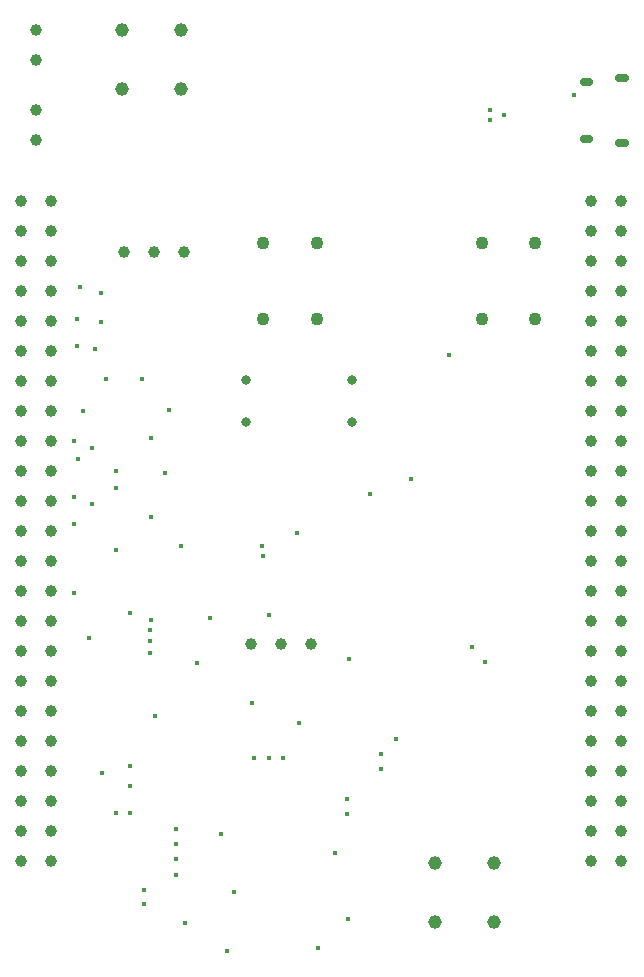
<source format=gbr>
%TF.GenerationSoftware,KiCad,Pcbnew,9.0.6+1*%
%TF.CreationDate,2025-11-29T18:55:36+00:00*%
%TF.ProjectId,com4bbb,636f6d34-6262-4622-9e6b-696361645f70,0.2*%
%TF.SameCoordinates,Original*%
%TF.FileFunction,Plated,1,4,PTH,Mixed*%
%TF.FilePolarity,Positive*%
%FSLAX46Y46*%
G04 Gerber Fmt 4.6, Leading zero omitted, Abs format (unit mm)*
G04 Created by KiCad (PCBNEW 9.0.6+1) date 2025-11-29 18:55:36*
%MOMM*%
%LPD*%
G01*
G04 APERTURE LIST*
%TA.AperFunction,ViaDrill*%
%ADD10C,0.400000*%
%TD*%
G04 aperture for slot hole*
%TA.AperFunction,ComponentDrill*%
%ADD11C,0.650000*%
%TD*%
G04 aperture for slot hole*
%TA.AperFunction,ComponentDrill*%
%ADD12C,0.700000*%
%TD*%
%TA.AperFunction,ComponentDrill*%
%ADD13C,0.800000*%
%TD*%
%TA.AperFunction,ComponentDrill*%
%ADD14C,1.000000*%
%TD*%
%TA.AperFunction,ComponentDrill*%
%ADD15C,1.100000*%
%TD*%
%TA.AperFunction,ComponentDrill*%
%ADD16C,1.150000*%
%TD*%
G04 APERTURE END LIST*
D10*
X120870100Y-82632400D03*
X120870100Y-87382400D03*
X120870100Y-89682400D03*
X120870100Y-95582400D03*
X121120100Y-72382400D03*
X121120100Y-74632400D03*
X121170100Y-84182400D03*
X121370100Y-69632400D03*
X121620100Y-80132400D03*
X122070100Y-99382400D03*
X122370100Y-83282400D03*
X122385100Y-88017400D03*
X122620100Y-74882400D03*
X123120100Y-70132400D03*
X123120100Y-72632400D03*
X123170099Y-110772399D03*
X123570100Y-77382400D03*
X124370100Y-85242400D03*
X124370100Y-86682400D03*
X124370100Y-91882400D03*
X124370100Y-114132400D03*
X125537012Y-110162188D03*
X125544100Y-97203400D03*
X125544100Y-111882400D03*
X125544100Y-114133400D03*
X126620100Y-77382400D03*
X126770100Y-120682400D03*
X126770100Y-121882400D03*
X127245100Y-98682400D03*
X127245100Y-99582400D03*
X127245100Y-100582400D03*
X127370100Y-82382400D03*
X127370100Y-89132400D03*
X127370100Y-97828400D03*
X127696100Y-105982400D03*
X128570100Y-85382400D03*
X128870100Y-80082400D03*
X129470100Y-115482400D03*
X129470100Y-116782400D03*
X129470100Y-118082400D03*
X129470100Y-119382400D03*
X129870100Y-91582400D03*
X130270100Y-123482400D03*
X131270100Y-101482400D03*
X132370100Y-97632400D03*
X133270100Y-115982400D03*
X133770100Y-125882400D03*
X134370100Y-120882400D03*
X135870100Y-104882400D03*
X136070100Y-109482400D03*
X136770100Y-91582400D03*
X136797652Y-92381928D03*
X137370100Y-97382400D03*
X137370100Y-109482400D03*
X138570100Y-109482400D03*
X139687042Y-90449342D03*
X139870100Y-106582400D03*
X141470100Y-125582400D03*
X142970100Y-117582400D03*
X143970100Y-112982400D03*
X143970100Y-114282400D03*
X144070100Y-123182400D03*
X144120100Y-101132400D03*
X145870100Y-87132400D03*
X146870100Y-109182400D03*
X146870100Y-110482400D03*
X148120100Y-107882400D03*
X149370100Y-85882400D03*
X152620100Y-75382400D03*
X154520336Y-100130796D03*
X155620100Y-101382400D03*
X156070100Y-54657400D03*
X156070100Y-55507400D03*
X157270100Y-55082400D03*
X163170100Y-53382400D03*
D11*
%TO.C,J201*%
X164050100Y-52262400D02*
X164450100Y-52262400D01*
X164050100Y-57102400D02*
X164450100Y-57102400D01*
D12*
X167000100Y-51952400D02*
X167500100Y-51952400D01*
X167000100Y-57412400D02*
X167500100Y-57412400D01*
D13*
%TO.C,C103*%
X135370100Y-77535051D03*
X135370100Y-81035051D03*
%TO.C,C104*%
X144370100Y-77535051D03*
X144370100Y-81035051D03*
D14*
%TO.C,P9*%
X116370100Y-62382400D03*
X116370100Y-64922400D03*
X116370100Y-67462400D03*
X116370100Y-70002400D03*
X116370100Y-72542400D03*
X116370100Y-75082400D03*
X116370100Y-77622400D03*
X116370100Y-80162400D03*
X116370100Y-82702400D03*
X116370100Y-85242400D03*
X116370100Y-87782400D03*
X116370100Y-90322400D03*
X116370100Y-92862400D03*
X116370100Y-95402400D03*
X116370100Y-97942400D03*
X116370100Y-100482400D03*
X116370100Y-103022400D03*
X116370100Y-105562400D03*
X116370100Y-108102400D03*
X116370100Y-110642400D03*
X116370100Y-113182400D03*
X116370100Y-115722400D03*
X116370100Y-118262400D03*
%TO.C,J104*%
X117620100Y-47857400D03*
X117620100Y-50397400D03*
%TO.C,J103*%
X117620100Y-54607400D03*
X117620100Y-57147400D03*
%TO.C,P9*%
X118910100Y-62382400D03*
X118910100Y-64922400D03*
X118910100Y-67462400D03*
X118910100Y-70002400D03*
X118910100Y-72542400D03*
X118910100Y-75082400D03*
X118910100Y-77622400D03*
X118910100Y-80162400D03*
X118910100Y-82702400D03*
X118910100Y-85242400D03*
X118910100Y-87782400D03*
X118910100Y-90322400D03*
X118910100Y-92862400D03*
X118910100Y-95402400D03*
X118910100Y-97942400D03*
X118910100Y-100482400D03*
X118910100Y-103022400D03*
X118910100Y-105562400D03*
X118910100Y-108102400D03*
X118910100Y-110642400D03*
X118910100Y-113182400D03*
X118910100Y-115722400D03*
X118910100Y-118262400D03*
%TO.C,U102*%
X125080100Y-66632400D03*
X127620100Y-66632400D03*
X130160100Y-66632400D03*
%TO.C,JP203*%
X135830100Y-99882400D03*
X138370100Y-99882400D03*
X140910100Y-99882400D03*
%TO.C,P8*%
X164630100Y-62382400D03*
X164630100Y-64922400D03*
X164630100Y-67462400D03*
X164630100Y-70002400D03*
X164630100Y-72542400D03*
X164630100Y-75082400D03*
X164630100Y-77622400D03*
X164630100Y-80162400D03*
X164630100Y-82702400D03*
X164630100Y-85242400D03*
X164630100Y-87782400D03*
X164630100Y-90322400D03*
X164630100Y-92862400D03*
X164630100Y-95402400D03*
X164630100Y-97942400D03*
X164630100Y-100482400D03*
X164630100Y-103022400D03*
X164630100Y-105562400D03*
X164630100Y-108102400D03*
X164630100Y-110642400D03*
X164630100Y-113182400D03*
X164630100Y-115722400D03*
X164630100Y-118262400D03*
X167170100Y-62382400D03*
X167170100Y-64922400D03*
X167170100Y-67462400D03*
X167170100Y-70002400D03*
X167170100Y-72542400D03*
X167170100Y-75082400D03*
X167170100Y-77622400D03*
X167170100Y-80162400D03*
X167170100Y-82702400D03*
X167170100Y-85242400D03*
X167170100Y-87782400D03*
X167170100Y-90322400D03*
X167170100Y-92862400D03*
X167170100Y-95402400D03*
X167170100Y-97942400D03*
X167170100Y-100482400D03*
X167170100Y-103022400D03*
X167170100Y-105562400D03*
X167170100Y-108102400D03*
X167170100Y-110642400D03*
X167170100Y-113182400D03*
X167170100Y-115722400D03*
X167170100Y-118262400D03*
D15*
%TO.C,SW102*%
X136870100Y-65882400D03*
X136870100Y-72382400D03*
X141370100Y-65882400D03*
X141370100Y-72382400D03*
%TO.C,SW101*%
X155370100Y-65882400D03*
X155370100Y-72382400D03*
X159870100Y-65882400D03*
X159870100Y-72382400D03*
D16*
%TO.C,J102*%
X124870100Y-47882400D03*
X124870100Y-52882400D03*
X129870100Y-47882400D03*
X129870100Y-52882400D03*
%TO.C,J101*%
X151370100Y-118382400D03*
X151370100Y-123382400D03*
X156370100Y-118382400D03*
X156370100Y-123382400D03*
M02*

</source>
